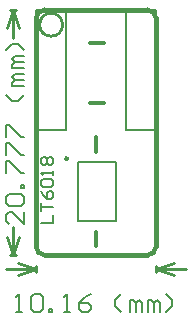
<source format=gto>
G04 Layer_Color=65535*
%FSLAX44Y44*%
%MOMM*%
G71*
G01*
G75*
%ADD15C,0.4000*%
%ADD16C,0.2540*%
%ADD17C,0.1524*%
%ADD23C,0.2500*%
%ADD24C,0.3048*%
%ADD25C,0.2000*%
%ADD26C,0.2032*%
D15*
X185674Y145542D02*
G03*
X193040Y138176I7366J0D01*
G01*
X279908D02*
G03*
X287274Y145542I0J7366D01*
G01*
X287270Y338582D02*
G03*
X279904Y345948I-7366J0D01*
G01*
X193040D02*
G03*
X185674Y338582I0J-7366D01*
G01*
X193040Y138176D02*
X279908D01*
X287270Y145542D02*
X287274D01*
X287270D02*
Y338582D01*
X193040Y345948D02*
X279904D01*
X185674Y145542D02*
Y338582D01*
D16*
X208096Y333248D02*
G03*
X208096Y333248I-9722J0D01*
G01*
X287274Y123698D02*
Y128778D01*
X185678Y123698D02*
Y128778D01*
X287274Y126238D02*
X302514Y121158D01*
X287274Y126238D02*
X302514Y131318D01*
X170438Y121158D02*
X185678Y126238D01*
X170438Y131318D02*
X185678Y126238D01*
X287274D02*
X312674D01*
X160278D02*
X185678D01*
X163832Y345923D02*
X168913D01*
X163832Y138151D02*
X168913D01*
X166373Y345923D02*
X171453Y330683D01*
X161292D02*
X166373Y345923D01*
Y138151D02*
X171453Y153391D01*
X161292D02*
X166373Y138151D01*
Y322277D02*
Y345923D01*
Y138151D02*
Y161798D01*
D17*
X168933Y89672D02*
X174012D01*
X171473D01*
Y104907D01*
X168933Y102368D01*
X181629D02*
X184168Y104907D01*
X189247D01*
X191786Y102368D01*
Y92211D01*
X189247Y89672D01*
X184168D01*
X181629Y92211D01*
Y102368D01*
X196864Y89672D02*
Y92211D01*
X199403D01*
Y89672D01*
X196864D01*
X209560D02*
X214639D01*
X212099D01*
Y104907D01*
X209560Y102368D01*
X232413Y104907D02*
X227334Y102368D01*
X222256Y97289D01*
Y92211D01*
X224795Y89672D01*
X229874D01*
X232413Y92211D01*
Y94750D01*
X229874Y97289D01*
X222256D01*
X257805Y89672D02*
X252726Y94750D01*
Y99829D01*
X257805Y104907D01*
X265422Y89672D02*
Y99829D01*
X267961D01*
X270501Y97289D01*
Y89672D01*
Y97289D01*
X273040Y99829D01*
X275579Y97289D01*
Y89672D01*
X280657D02*
Y99829D01*
X283196D01*
X285735Y97289D01*
Y89672D01*
Y97289D01*
X288275Y99829D01*
X290814Y97289D01*
Y89672D01*
X295892D02*
X300971Y94750D01*
Y99829D01*
X295892Y104907D01*
X175514Y174495D02*
Y164338D01*
X165357Y174495D01*
X162818D01*
X160279Y171956D01*
Y166877D01*
X162818Y164338D01*
Y179573D02*
X160279Y182112D01*
Y187191D01*
X162818Y189730D01*
X172975D01*
X175514Y187191D01*
Y182112D01*
X172975Y179573D01*
X162818D01*
X175514Y194808D02*
X172975D01*
Y197347D01*
X175514D01*
Y194808D01*
X160279Y207504D02*
Y217661D01*
X162818D01*
X172975Y207504D01*
X175514D01*
X160279Y222739D02*
Y232896D01*
X162818D01*
X172975Y222739D01*
X175514D01*
X160279Y237974D02*
Y248131D01*
X162818D01*
X172975Y237974D01*
X175514D01*
Y273523D02*
X170436Y268444D01*
X165357D01*
X160279Y273523D01*
X175514Y281140D02*
X165357D01*
Y283679D01*
X167896Y286219D01*
X175514D01*
X167896D01*
X165357Y288758D01*
X167896Y291297D01*
X175514D01*
Y296375D02*
X165357D01*
Y298915D01*
X167896Y301454D01*
X175514D01*
X167896D01*
X165357Y303993D01*
X167896Y306532D01*
X175514D01*
Y311610D02*
X170436Y316689D01*
X165357D01*
X160279Y311610D01*
D23*
X212732Y220074D02*
G03*
X212732Y220074I-1250J0D01*
G01*
D24*
X230986Y266952D02*
X243486D01*
X230986Y318006D02*
X243486D01*
X236730Y225906D02*
Y238406D01*
X236726Y145642D02*
Y158142D01*
D25*
X261870Y345948D02*
X287270D01*
Y244348D02*
Y345948D01*
X261870Y244348D02*
Y345948D01*
Y244348D02*
X287270D01*
X185674D02*
X211074D01*
X185674D02*
Y345948D01*
X211074Y244348D02*
Y345948D01*
X185674D02*
X211074D01*
X220982Y167024D02*
Y217024D01*
X252982Y167024D02*
Y217024D01*
X220982D02*
X252982D01*
X220982Y167024D02*
X252982D01*
D26*
X189741Y165354D02*
X199898D01*
Y172125D01*
X189741Y175511D02*
Y182282D01*
Y178896D01*
X199898D01*
X189741Y192439D02*
X191434Y189053D01*
X194820Y185667D01*
X198205D01*
X199898Y187360D01*
Y190746D01*
X198205Y192439D01*
X196512D01*
X194820Y190746D01*
Y185667D01*
X191434Y195824D02*
X189741Y197517D01*
Y200903D01*
X191434Y202595D01*
X198205D01*
X199898Y200903D01*
Y197517D01*
X198205Y195824D01*
X191434D01*
X199898Y205981D02*
Y209366D01*
Y207674D01*
X189741D01*
X191434Y205981D01*
Y214445D02*
X189741Y216138D01*
Y219523D01*
X191434Y221216D01*
X193127D01*
X194820Y219523D01*
X196512Y221216D01*
X198205D01*
X199898Y219523D01*
Y216138D01*
X198205Y214445D01*
X196512D01*
X194820Y216138D01*
X193127Y214445D01*
X191434D01*
X194820Y216138D02*
Y219523D01*
M02*

</source>
